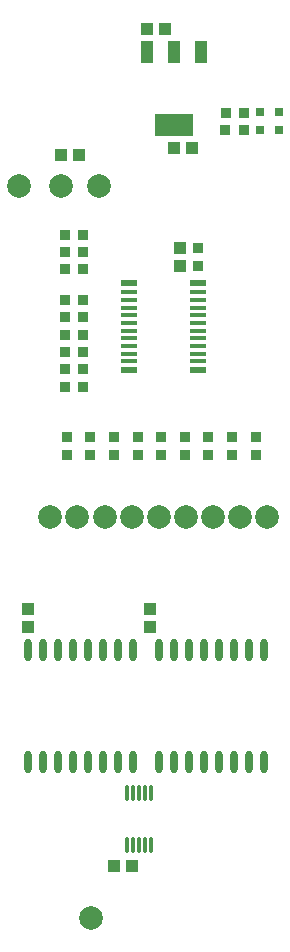
<source format=gtp>
G04*
G04 #@! TF.GenerationSoftware,Altium Limited,Altium Designer,18.1.11 (251)*
G04*
G04 Layer_Color=8421504*
%FSLAX25Y25*%
%MOIN*%
G70*
G01*
G75*
%ADD18R,0.03347X0.03543*%
%ADD19R,0.05315X0.01575*%
%ADD20R,0.05315X0.02362*%
%ADD21C,0.07874*%
%ADD22R,0.03937X0.04134*%
%ADD23R,0.03937X0.07284*%
%ADD24R,0.12598X0.07284*%
%ADD25R,0.03150X0.03150*%
%ADD26R,0.04134X0.03937*%
%ADD27O,0.02362X0.07480*%
%ADD28R,0.03543X0.03347*%
%ADD29O,0.01181X0.05709*%
D18*
X81279Y334173D02*
D03*
X87382D02*
D03*
X140952Y402394D02*
D03*
X134850D02*
D03*
X134810Y396602D02*
D03*
X140913D02*
D03*
X87382Y311142D02*
D03*
X81279D02*
D03*
Y322756D02*
D03*
X87382D02*
D03*
X81248Y361700D02*
D03*
X87350D02*
D03*
X81250Y339963D02*
D03*
X87352D02*
D03*
X87382Y316850D02*
D03*
X81279D02*
D03*
X87382Y328465D02*
D03*
X81279D02*
D03*
X87350Y355991D02*
D03*
X81248D02*
D03*
X81250Y350250D02*
D03*
X87352D02*
D03*
D19*
X125650Y319508D02*
D03*
Y322067D02*
D03*
Y327185D02*
D03*
Y329744D02*
D03*
X102618Y339980D02*
D03*
Y342539D02*
D03*
Y337421D02*
D03*
Y334862D02*
D03*
Y322067D02*
D03*
Y332303D02*
D03*
Y329744D02*
D03*
Y327185D02*
D03*
Y324626D02*
D03*
Y319508D02*
D03*
X125650Y342539D02*
D03*
Y339980D02*
D03*
Y337421D02*
D03*
Y334862D02*
D03*
Y332303D02*
D03*
Y324626D02*
D03*
D20*
X102618Y345492D02*
D03*
Y316555D02*
D03*
X125650Y345492D02*
D03*
Y316555D02*
D03*
D21*
X89950Y134150D02*
D03*
X79900Y377953D02*
D03*
X65900D02*
D03*
X121575Y267795D02*
D03*
X85433Y267795D02*
D03*
X94488Y267795D02*
D03*
X76378D02*
D03*
X103543Y267795D02*
D03*
X112598D02*
D03*
X130748Y267795D02*
D03*
X139764Y267795D02*
D03*
X148819D02*
D03*
X92520Y377953D02*
D03*
D22*
X109622Y231063D02*
D03*
Y236968D02*
D03*
X69100Y237053D02*
D03*
Y231147D02*
D03*
X119685Y351279D02*
D03*
Y357185D02*
D03*
D23*
X126770Y422637D02*
D03*
X117715D02*
D03*
X108660D02*
D03*
D24*
X117715Y398424D02*
D03*
D25*
X152625Y396602D02*
D03*
X146326D02*
D03*
X152665Y402591D02*
D03*
X146365D02*
D03*
D26*
X108699Y430426D02*
D03*
X114605D02*
D03*
X117754Y390649D02*
D03*
X123660D02*
D03*
X85903Y388300D02*
D03*
X79997D02*
D03*
X97647Y151300D02*
D03*
X103553D02*
D03*
D27*
X103980Y223307D02*
D03*
X98980D02*
D03*
X93980D02*
D03*
X88980D02*
D03*
X83980D02*
D03*
X78980D02*
D03*
X73980D02*
D03*
X68980D02*
D03*
X103980Y185906D02*
D03*
X98980D02*
D03*
X93980D02*
D03*
X88980D02*
D03*
X83980D02*
D03*
X78980D02*
D03*
X73980D02*
D03*
X68980D02*
D03*
X147563Y223268D02*
D03*
X142563D02*
D03*
X137563D02*
D03*
X132563D02*
D03*
X127563D02*
D03*
X122563D02*
D03*
X117563D02*
D03*
X112563D02*
D03*
X147563Y185866D02*
D03*
X142563D02*
D03*
X137563D02*
D03*
X132563D02*
D03*
X127563D02*
D03*
X122563D02*
D03*
X117563D02*
D03*
X112563D02*
D03*
D28*
X105512Y288386D02*
D03*
Y294488D02*
D03*
X113386Y288386D02*
D03*
Y294488D02*
D03*
X121260Y294350D02*
D03*
Y288248D02*
D03*
X129134Y294350D02*
D03*
Y288248D02*
D03*
X137008Y294350D02*
D03*
Y288248D02*
D03*
X144882D02*
D03*
Y294350D02*
D03*
X81890Y288386D02*
D03*
Y294488D02*
D03*
X89764Y288386D02*
D03*
Y294488D02*
D03*
X125591Y351181D02*
D03*
Y357283D02*
D03*
X97638Y288386D02*
D03*
Y294488D02*
D03*
D29*
X102056Y158335D02*
D03*
X104024D02*
D03*
X105993D02*
D03*
X107961D02*
D03*
X109930D02*
D03*
X102056Y175658D02*
D03*
X104024D02*
D03*
X105993D02*
D03*
X107961D02*
D03*
X109930D02*
D03*
M02*

</source>
